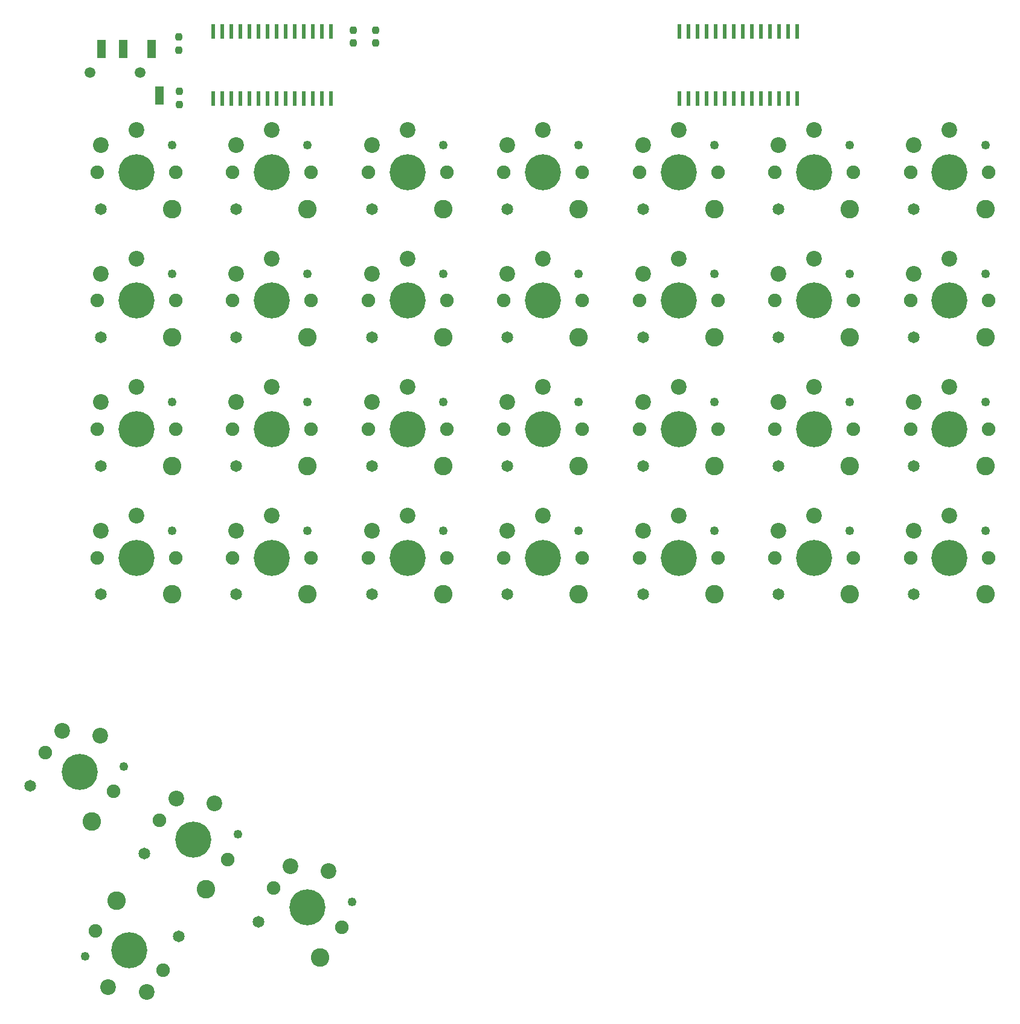
<source format=gbr>
%TF.GenerationSoftware,KiCad,Pcbnew,(6.0.11)*%
%TF.CreationDate,2023-06-02T23:59:17-07:00*%
%TF.ProjectId,MageV2,4d616765-5632-42e6-9b69-6361645f7063,rev?*%
%TF.SameCoordinates,Original*%
%TF.FileFunction,Soldermask,Top*%
%TF.FilePolarity,Negative*%
%FSLAX46Y46*%
G04 Gerber Fmt 4.6, Leading zero omitted, Abs format (unit mm)*
G04 Created by KiCad (PCBNEW (6.0.11)) date 2023-06-02 23:59:17*
%MOMM*%
%LPD*%
G01*
G04 APERTURE LIST*
G04 Aperture macros list*
%AMRoundRect*
0 Rectangle with rounded corners*
0 $1 Rounding radius*
0 $2 $3 $4 $5 $6 $7 $8 $9 X,Y pos of 4 corners*
0 Add a 4 corners polygon primitive as box body*
4,1,4,$2,$3,$4,$5,$6,$7,$8,$9,$2,$3,0*
0 Add four circle primitives for the rounded corners*
1,1,$1+$1,$2,$3*
1,1,$1+$1,$4,$5*
1,1,$1+$1,$6,$7*
1,1,$1+$1,$8,$9*
0 Add four rect primitives between the rounded corners*
20,1,$1+$1,$2,$3,$4,$5,0*
20,1,$1+$1,$4,$5,$6,$7,0*
20,1,$1+$1,$6,$7,$8,$9,0*
20,1,$1+$1,$8,$9,$2,$3,0*%
G04 Aperture macros list end*
%ADD10C,1.900000*%
%ADD11C,1.650000*%
%ADD12C,5.050000*%
%ADD13C,1.250000*%
%ADD14RoundRect,0.237500X-0.237500X0.250000X-0.237500X-0.250000X0.237500X-0.250000X0.237500X0.250000X0*%
%ADD15C,1.500000*%
%ADD16R,1.200000X2.500000*%
%ADD17R,0.600000X2.000000*%
%ADD18RoundRect,0.237500X0.237500X-0.250000X0.237500X0.250000X-0.237500X0.250000X-0.237500X-0.250000X0*%
%ADD19C,2.600000*%
%ADD20C,2.200000*%
G04 APERTURE END LIST*
D10*
%TO.C,SW25*%
X83500000Y-55000000D03*
D11*
X84000000Y-60150000D03*
D12*
X89000000Y-55000000D03*
D10*
X94500000Y-55000000D03*
D13*
X94000000Y-51200000D03*
X89000000Y-49100000D03*
%TD*%
%TO.C,SW5*%
X184000000Y-49100000D03*
X189000000Y-51200000D03*
D10*
X178500000Y-55000000D03*
X189500000Y-55000000D03*
D11*
X179000000Y-60150000D03*
D12*
X184000000Y-55000000D03*
%TD*%
D10*
%TO.C,SW12*%
X170500000Y-109000000D03*
D11*
X160000000Y-114150000D03*
D13*
X170000000Y-105200000D03*
D12*
X165000000Y-109000000D03*
D13*
X165000000Y-103100000D03*
D10*
X159500000Y-109000000D03*
%TD*%
D11*
%TO.C,SW6*%
X179000000Y-78150000D03*
D10*
X189500000Y-73000000D03*
D13*
X184000000Y-67100000D03*
D10*
X178500000Y-73000000D03*
D12*
X184000000Y-73000000D03*
D13*
X189000000Y-69200000D03*
%TD*%
%TO.C,SW7*%
X184000000Y-85100000D03*
D10*
X178500000Y-91000000D03*
D12*
X184000000Y-91000000D03*
D13*
X189000000Y-87200000D03*
D10*
X189500000Y-91000000D03*
D11*
X179000000Y-96150000D03*
%TD*%
D12*
%TO.C,SW19*%
X127000000Y-91000000D03*
D13*
X127000000Y-85100000D03*
D10*
X121500000Y-91000000D03*
D11*
X122000000Y-96150000D03*
D10*
X132500000Y-91000000D03*
D13*
X132000000Y-87200000D03*
%TD*%
D14*
%TO.C,R2*%
X94935000Y-36087500D03*
X94935000Y-37912500D03*
%TD*%
D12*
%TO.C,SW3*%
X203000000Y-91000000D03*
D11*
X198000000Y-96150000D03*
D13*
X203000000Y-85100000D03*
D10*
X208500000Y-91000000D03*
X197500000Y-91000000D03*
D13*
X208000000Y-87200000D03*
%TD*%
D11*
%TO.C,SW9*%
X160000000Y-60150000D03*
D10*
X159500000Y-55000000D03*
D13*
X165000000Y-49100000D03*
D10*
X170500000Y-55000000D03*
D12*
X165000000Y-55000000D03*
D13*
X170000000Y-51200000D03*
%TD*%
%TO.C,SW14*%
X151000000Y-69200000D03*
D11*
X141000000Y-78150000D03*
D10*
X140500000Y-73000000D03*
D13*
X146000000Y-67100000D03*
D10*
X151500000Y-73000000D03*
D12*
X146000000Y-73000000D03*
%TD*%
D11*
%TO.C,SW1*%
X198000000Y-60150000D03*
D10*
X208500000Y-55000000D03*
X197500000Y-55000000D03*
D13*
X208000000Y-51200000D03*
D12*
X203000000Y-55000000D03*
D13*
X203000000Y-49100000D03*
%TD*%
D10*
%TO.C,SW32*%
X117763140Y-160750000D03*
D11*
X106094873Y-159960031D03*
D13*
X119230127Y-157209103D03*
D12*
X113000000Y-158000000D03*
D13*
X115950000Y-152890450D03*
D10*
X108236860Y-155250000D03*
%TD*%
D12*
%TO.C,SW20*%
X127000000Y-109000000D03*
D13*
X132000000Y-105200000D03*
D11*
X122000000Y-114150000D03*
D10*
X132500000Y-109000000D03*
X121500000Y-109000000D03*
D13*
X127000000Y-103100000D03*
%TD*%
%TO.C,SW29*%
X87230127Y-138209103D03*
X83950000Y-133890450D03*
D10*
X85763140Y-141750000D03*
D12*
X81000000Y-139000000D03*
D10*
X76236860Y-136250000D03*
D11*
X74094873Y-140960031D03*
%TD*%
D13*
%TO.C,SW10*%
X165000000Y-67100000D03*
D11*
X160000000Y-78150000D03*
D13*
X170000000Y-69200000D03*
D10*
X159500000Y-73000000D03*
X170500000Y-73000000D03*
D12*
X165000000Y-73000000D03*
%TD*%
D15*
%TO.C,J1*%
X89495000Y-41000000D03*
X82495000Y-41000000D03*
D16*
X87095000Y-37750000D03*
X84095000Y-37750000D03*
X92195000Y-44250000D03*
X91095000Y-37750000D03*
%TD*%
D13*
%TO.C,SW8*%
X189000000Y-105200000D03*
D11*
X179000000Y-114150000D03*
D13*
X184000000Y-103100000D03*
D10*
X178500000Y-109000000D03*
D12*
X184000000Y-109000000D03*
D10*
X189500000Y-109000000D03*
%TD*%
%TO.C,SW31*%
X101763140Y-151250000D03*
D13*
X103230127Y-147709103D03*
D10*
X92236860Y-145750000D03*
D13*
X99950000Y-143390450D03*
D11*
X90094873Y-150460031D03*
D12*
X97000000Y-148500000D03*
%TD*%
%TO.C,SW15*%
X146000000Y-91000000D03*
D11*
X141000000Y-96150000D03*
D13*
X146000000Y-85100000D03*
D10*
X140500000Y-91000000D03*
X151500000Y-91000000D03*
D13*
X151000000Y-87200000D03*
%TD*%
D10*
%TO.C,SW2*%
X208500000Y-73000000D03*
X197500000Y-73000000D03*
D13*
X203000000Y-67100000D03*
D11*
X198000000Y-78150000D03*
D12*
X203000000Y-73000000D03*
D13*
X208000000Y-69200000D03*
%TD*%
D14*
%TO.C,R3*%
X122500000Y-35087500D03*
X122500000Y-36912500D03*
%TD*%
D17*
%TO.C,U1*%
X165110000Y-44700000D03*
X166380000Y-44700000D03*
X167650000Y-44700000D03*
X168920000Y-44700000D03*
X170190000Y-44700000D03*
X171460000Y-44700000D03*
X172730000Y-44700000D03*
X174000000Y-44700000D03*
X175270000Y-44700000D03*
X176540000Y-44700000D03*
X177810000Y-44700000D03*
X179080000Y-44700000D03*
X180350000Y-44700000D03*
X181620000Y-44700000D03*
X181620000Y-35300000D03*
X180350000Y-35300000D03*
X179080000Y-35300000D03*
X177810000Y-35300000D03*
X176540000Y-35300000D03*
X175270000Y-35300000D03*
X174000000Y-35300000D03*
X172730000Y-35300000D03*
X171460000Y-35300000D03*
X170190000Y-35300000D03*
X168920000Y-35300000D03*
X167650000Y-35300000D03*
X166380000Y-35300000D03*
X165110000Y-35300000D03*
%TD*%
D10*
%TO.C,SW11*%
X159500000Y-91000000D03*
D11*
X160000000Y-96150000D03*
D10*
X170500000Y-91000000D03*
D12*
X165000000Y-91000000D03*
D13*
X165000000Y-85100000D03*
X170000000Y-87200000D03*
%TD*%
D10*
%TO.C,SW30*%
X83236860Y-161250000D03*
D13*
X85050000Y-169109550D03*
X81769873Y-164790897D03*
D12*
X88000000Y-164000000D03*
D11*
X94905127Y-162039969D03*
D10*
X92763140Y-166750000D03*
%TD*%
D14*
%TO.C,R4*%
X119412500Y-35087500D03*
X119412500Y-36912500D03*
%TD*%
D12*
%TO.C,SW22*%
X108000000Y-73000000D03*
D10*
X102500000Y-73000000D03*
D11*
X103000000Y-78150000D03*
D13*
X108000000Y-67100000D03*
D10*
X113500000Y-73000000D03*
D13*
X113000000Y-69200000D03*
%TD*%
D10*
%TO.C,SW4*%
X197500000Y-109000000D03*
D13*
X208000000Y-105200000D03*
D12*
X203000000Y-109000000D03*
D13*
X203000000Y-103100000D03*
D11*
X198000000Y-114150000D03*
D10*
X208500000Y-109000000D03*
%TD*%
D11*
%TO.C,SW21*%
X103000000Y-60150000D03*
D10*
X113500000Y-55000000D03*
D13*
X113000000Y-51200000D03*
D12*
X108000000Y-55000000D03*
D10*
X102500000Y-55000000D03*
D13*
X108000000Y-49100000D03*
%TD*%
D10*
%TO.C,SW17*%
X132500000Y-55000000D03*
X121500000Y-55000000D03*
D13*
X127000000Y-49100000D03*
D12*
X127000000Y-55000000D03*
D11*
X122000000Y-60150000D03*
D13*
X132000000Y-51200000D03*
%TD*%
D12*
%TO.C,SW16*%
X146000000Y-109000000D03*
D10*
X151500000Y-109000000D03*
D11*
X141000000Y-114150000D03*
D13*
X146000000Y-103100000D03*
D10*
X140500000Y-109000000D03*
D13*
X151000000Y-105200000D03*
%TD*%
D18*
%TO.C,R1*%
X95000000Y-45490552D03*
X95000000Y-43665552D03*
%TD*%
D10*
%TO.C,SW26*%
X94500000Y-73000000D03*
X83500000Y-73000000D03*
D13*
X94000000Y-69200000D03*
D12*
X89000000Y-73000000D03*
D11*
X84000000Y-78150000D03*
D13*
X89000000Y-67100000D03*
%TD*%
D17*
%TO.C,U2*%
X99745000Y-44700000D03*
X101015000Y-44700000D03*
X102285000Y-44700000D03*
X103555000Y-44700000D03*
X104825000Y-44700000D03*
X106095000Y-44700000D03*
X107365000Y-44700000D03*
X108635000Y-44700000D03*
X109905000Y-44700000D03*
X111175000Y-44700000D03*
X112445000Y-44700000D03*
X113715000Y-44700000D03*
X114985000Y-44700000D03*
X116255000Y-44700000D03*
X116255000Y-35300000D03*
X114985000Y-35300000D03*
X113715000Y-35300000D03*
X112445000Y-35300000D03*
X111175000Y-35300000D03*
X109905000Y-35300000D03*
X108635000Y-35300000D03*
X107365000Y-35300000D03*
X106095000Y-35300000D03*
X104825000Y-35300000D03*
X103555000Y-35300000D03*
X102285000Y-35300000D03*
X101015000Y-35300000D03*
X99745000Y-35300000D03*
%TD*%
D13*
%TO.C,SW24*%
X113000000Y-105200000D03*
D11*
X103000000Y-114150000D03*
D10*
X102500000Y-109000000D03*
D12*
X108000000Y-109000000D03*
D13*
X108000000Y-103100000D03*
D10*
X113500000Y-109000000D03*
%TD*%
D13*
%TO.C,SW18*%
X127000000Y-67100000D03*
D10*
X132500000Y-73000000D03*
D13*
X132000000Y-69200000D03*
D11*
X122000000Y-78150000D03*
D12*
X127000000Y-73000000D03*
D10*
X121500000Y-73000000D03*
%TD*%
D12*
%TO.C,SW27*%
X89000000Y-91000000D03*
D11*
X84000000Y-96150000D03*
D10*
X94500000Y-91000000D03*
D13*
X94000000Y-87200000D03*
D10*
X83500000Y-91000000D03*
D13*
X89000000Y-85100000D03*
%TD*%
D10*
%TO.C,SW28*%
X94500000Y-109000000D03*
D12*
X89000000Y-109000000D03*
D10*
X83500000Y-109000000D03*
D13*
X89000000Y-103100000D03*
X94000000Y-105200000D03*
D11*
X84000000Y-114150000D03*
%TD*%
%TO.C,SW13*%
X141000000Y-60150000D03*
D12*
X146000000Y-55000000D03*
D10*
X151500000Y-55000000D03*
D13*
X146000000Y-49100000D03*
X151000000Y-51200000D03*
D10*
X140500000Y-55000000D03*
%TD*%
D12*
%TO.C,SW23*%
X108000000Y-91000000D03*
D11*
X103000000Y-96150000D03*
D10*
X102500000Y-91000000D03*
D13*
X108000000Y-85100000D03*
D10*
X113500000Y-91000000D03*
D13*
X113000000Y-87200000D03*
%TD*%
D19*
%TO.C,SW38*%
X189000000Y-78150000D03*
D20*
X184000000Y-67100000D03*
X179000000Y-69200000D03*
%TD*%
D19*
%TO.C,SW57*%
X94000000Y-60150000D03*
D20*
X89000000Y-49100000D03*
X84000000Y-51200000D03*
%TD*%
D19*
%TO.C,SW47*%
X151000000Y-96150000D03*
D20*
X146000000Y-85100000D03*
X141000000Y-87200000D03*
%TD*%
D19*
%TO.C,SW45*%
X151000000Y-60150000D03*
D20*
X146000000Y-49100000D03*
X141000000Y-51200000D03*
%TD*%
D19*
%TO.C,SW37*%
X189000000Y-60150000D03*
D20*
X184000000Y-49100000D03*
X179000000Y-51200000D03*
%TD*%
D19*
%TO.C,SW33*%
X208000000Y-60150000D03*
D20*
X203000000Y-49100000D03*
X198000000Y-51200000D03*
%TD*%
D19*
%TO.C,SW42*%
X170000000Y-78150000D03*
D20*
X165000000Y-67100000D03*
X160000000Y-69200000D03*
%TD*%
D19*
%TO.C,SW35*%
X208000000Y-96150000D03*
D20*
X203000000Y-85100000D03*
X198000000Y-87200000D03*
%TD*%
D19*
%TO.C,SW34*%
X208000000Y-78150000D03*
D20*
X203000000Y-67100000D03*
X198000000Y-69200000D03*
%TD*%
D19*
%TO.C,SW63*%
X98755127Y-155460031D03*
D20*
X99950000Y-143390450D03*
X94569873Y-142709103D03*
%TD*%
D19*
%TO.C,SW49*%
X132000000Y-60150000D03*
D20*
X127000000Y-49100000D03*
X122000000Y-51200000D03*
%TD*%
D19*
%TO.C,SW55*%
X113000000Y-96150000D03*
D20*
X108000000Y-85100000D03*
X103000000Y-87200000D03*
%TD*%
D19*
%TO.C,SW53*%
X113000000Y-60150000D03*
D20*
X108000000Y-49100000D03*
X103000000Y-51200000D03*
%TD*%
D19*
%TO.C,SW40*%
X189000000Y-114150000D03*
D20*
X184000000Y-103100000D03*
X179000000Y-105200000D03*
%TD*%
D19*
%TO.C,SW43*%
X170000000Y-96150000D03*
D20*
X165000000Y-85100000D03*
X160000000Y-87200000D03*
%TD*%
D19*
%TO.C,SW56*%
X113000000Y-114150000D03*
D20*
X108000000Y-103100000D03*
X103000000Y-105200000D03*
%TD*%
D19*
%TO.C,SW46*%
X151000000Y-78150000D03*
D20*
X146000000Y-67100000D03*
X141000000Y-69200000D03*
%TD*%
D19*
%TO.C,SW51*%
X132000000Y-96150000D03*
D20*
X127000000Y-85100000D03*
X122000000Y-87200000D03*
%TD*%
D19*
%TO.C,SW50*%
X132000000Y-78150000D03*
D20*
X127000000Y-67100000D03*
X122000000Y-69200000D03*
%TD*%
D19*
%TO.C,SW62*%
X86244873Y-157039969D03*
D20*
X85050000Y-169109550D03*
X90430127Y-169790897D03*
%TD*%
D19*
%TO.C,SW64*%
X114755127Y-164960031D03*
D20*
X115950000Y-152890450D03*
X110569873Y-152209103D03*
%TD*%
D15*
%TO.C,J2*%
X89495000Y-41000000D03*
X82495000Y-41000000D03*
%TD*%
D19*
%TO.C,SW54*%
X113000000Y-78150000D03*
D20*
X108000000Y-67100000D03*
X103000000Y-69200000D03*
%TD*%
D19*
%TO.C,SW60*%
X94000000Y-114150000D03*
D20*
X89000000Y-103100000D03*
X84000000Y-105200000D03*
%TD*%
D19*
%TO.C,SW41*%
X170000000Y-60150000D03*
D20*
X165000000Y-49100000D03*
X160000000Y-51200000D03*
%TD*%
D19*
%TO.C,SW59*%
X94000000Y-96150000D03*
D20*
X89000000Y-85100000D03*
X84000000Y-87200000D03*
%TD*%
D19*
%TO.C,SW36*%
X208000000Y-114150000D03*
D20*
X203000000Y-103100000D03*
X198000000Y-105200000D03*
%TD*%
D19*
%TO.C,SW61*%
X82755127Y-145960031D03*
D20*
X83950000Y-133890450D03*
X78569873Y-133209103D03*
%TD*%
D19*
%TO.C,SW48*%
X151000000Y-114150000D03*
D20*
X146000000Y-103100000D03*
X141000000Y-105200000D03*
%TD*%
D19*
%TO.C,SW52*%
X132000000Y-114150000D03*
D20*
X127000000Y-103100000D03*
X122000000Y-105200000D03*
%TD*%
D19*
%TO.C,SW44*%
X170000000Y-114150000D03*
D20*
X165000000Y-103100000D03*
X160000000Y-105200000D03*
%TD*%
D19*
%TO.C,SW39*%
X189000000Y-96150000D03*
D20*
X184000000Y-85100000D03*
X179000000Y-87200000D03*
%TD*%
D19*
%TO.C,SW58*%
X94000000Y-78150000D03*
D20*
X89000000Y-67100000D03*
X84000000Y-69200000D03*
%TD*%
M02*

</source>
